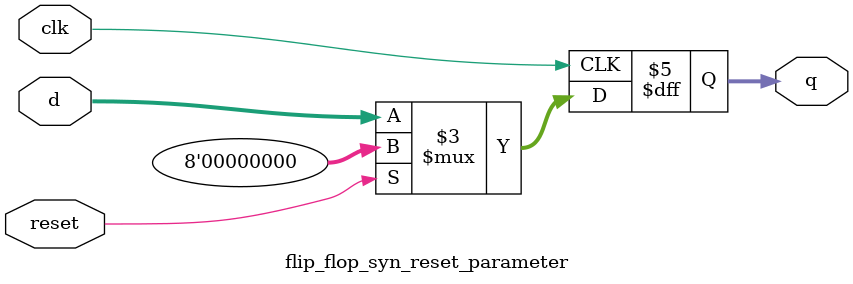
<source format=sv>
/*
	flip flop
	module name:
	1) flip_flop_asyn_reset_4_input
	2) flip_flop_syn_reset_4_input
	3) flip_flop_asyn_reset_parameter
	4) flip_flop_syn_reset_parameter
*/

module flip_flop_asyn_reset_4_input
(
	input logic clk,
	input logic reset,
	input logic [3:0] d,
	output logic [3:0] q
);
	// asynchronous reset
	always_ff @(posedge clk, posedge reset)
		if (reset) q <= 4'b0;
		else q <= d;
endmodule

module flip_flop_syn_reset_4_input
(
	input logic clk,
	input logic reset,
	input logic [3:0] d,
	output logic [3:0] q
);
	// synchronous reset
	always_ff @(posedge clk)
		if (reset) q <= 4'b0;
		else q <= d;
endmodule

/*
Multiple signals in an [always] statement sensitivity list are
separated with a comma or the word [or]. Notice that [posedge
reset] is in the sensitivity list on the asynchronously resettable
flop, but not on the synchronously resettable flop. Thus, the
asynchronously resettable flop immediately responds to a rising
edge on [reset], but the synchronously resettable flop
responds to [reset] only on the rising edge of the clock.

*/


module flip_flop_asyn_reset_parameter
#(parameter width = 8)
(
	input logic clk,
	input logic reset,
	input logic [width-1:0] d,
	output logic [width-1:0] q
);
	// asynchronous reset
	always_ff @(posedge clk, posedge reset)
		if (reset) q <= 0;
		else q <= d;
endmodule

module flip_flop_syn_reset_parameter
#(parameter width = 8)
(
	input logic clk,
	input logic reset,
	input logic [width-1:0] d,
	output logic [width-1:0] q
);
	// synchronous reset
	always_ff @(posedge clk)
		if (reset) q <= 0;
		else q <= d;
endmodule


</source>
